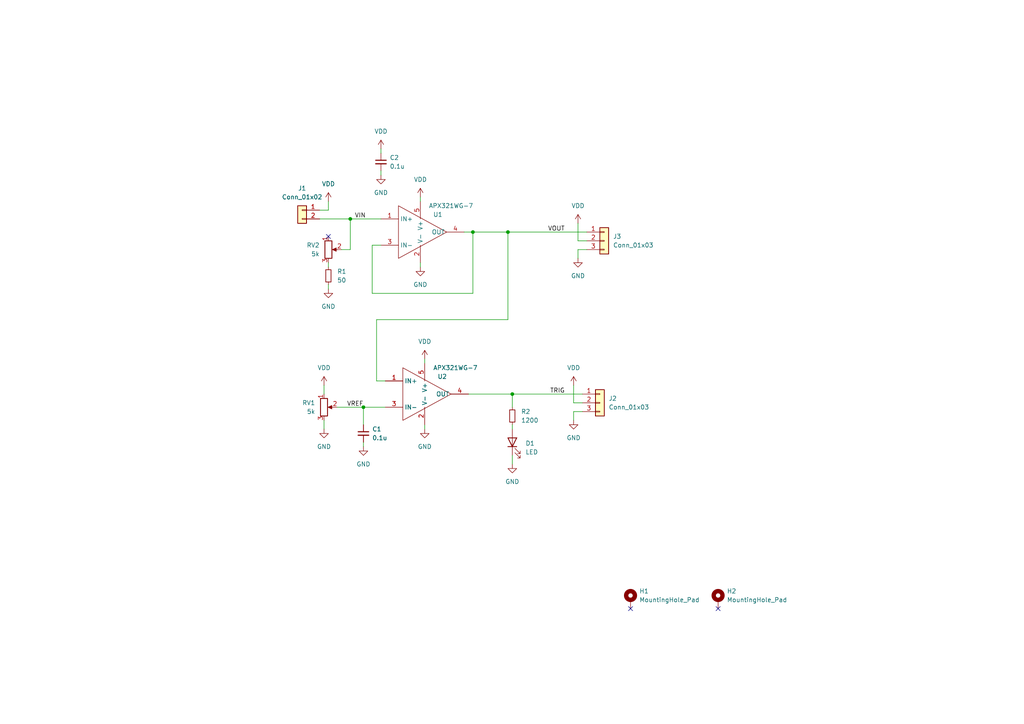
<source format=kicad_sch>
(kicad_sch (version 20211123) (generator eeschema)
  (paper "A4")
  (lib_symbols
    (symbol "Appreciate:APX321WG-7"
      (property "Reference" "U" (at 10.16 -3.81 0))
      (property "Value" "APX321WG-7" (at 15.24 3.81 0))
      (symbol "APX321WG-7_0_1"
        (polyline (pts (xy 0 7.62) (xy 0 -7.62) (xy 13.97 0) (xy 0 7.62)))
      )
      (symbol "APX321WG-7_1_1"
        (pin passive line (at -5.08 3.81 0) (length 5.08) (name "IN+") (number "1"))
        (pin passive line (at 6.35 -8.89 90) (length 5.08) (name "V-") (number "2"))
        (pin passive line (at -5.08 -3.81 0) (length 5.08) (name "IN-") (number "3"))
        (pin passive line (at 19.05 0 180) (length 5.08) (name "OUT") (number "4"))
        (pin passive line (at 6.35 8.89 270) (length 5.08) (name "V+") (number "5"))
      )
    )
    (symbol "Connector_Generic:Conn_01x02" (pin_names (offset 1.016) hide)
      (property "Reference" "J" (at 0 2.54 0))
      (property "Value" "Conn_01x02" (at 0 -5.08 0))
      (symbol "Conn_01x02_1_1"
        (rectangle (start -1.27 -2.413) (end 0 -2.667) (stroke (width 0.1524)))
        (rectangle (start -1.27 0.127) (end 0 -0.127) (stroke (width 0.1524)))
        (rectangle (start -1.27 1.27) (end 1.27 -3.81) (stroke (width 0.254)) (fill (type background)))
        (pin passive line (at -5.08 0 0) (length 3.81) (name "Pin_1") (number "1"))
        (pin passive line (at -5.08 -2.54 0) (length 3.81) (name "Pin_2") (number "2"))
      )
    )
    (symbol "Connector_Generic:Conn_01x03" (pin_names (offset 1.016) hide)
      (property "Reference" "J" (at 0 5.08 0))
      (property "Value" "Conn_01x03" (at 0 -5.08 0))
      (symbol "Conn_01x03_1_1"
        (rectangle (start -1.27 -2.413) (end 0 -2.667) (stroke (width 0.1524)))
        (rectangle (start -1.27 0.127) (end 0 -0.127) (stroke (width 0.1524)))
        (rectangle (start -1.27 2.667) (end 0 2.413) (stroke (width 0.1524)))
        (rectangle (start -1.27 3.81) (end 1.27 -3.81) (stroke (width 0.254)) (fill (type background)))
        (pin passive line (at -5.08 2.54 0) (length 3.81) (name "Pin_1") (number "1"))
        (pin passive line (at -5.08 0 0) (length 3.81) (name "Pin_2") (number "2"))
        (pin passive line (at -5.08 -2.54 0) (length 3.81) (name "Pin_3") (number "3"))
      )
    )
    (symbol "Device:C_Small" (pin_numbers hide) (pin_names (offset 0.254) hide)
      (property "Reference" "C" (at 0.254 1.778 0))
      (property "Value" "C_Small" (at 0.254 -2.032 0))
      (symbol "C_Small_0_1"
        (polyline (pts (xy -1.524 -0.508) (xy 1.524 -0.508)) (stroke (width 0.3302)))
        (polyline (pts (xy -1.524 0.508) (xy 1.524 0.508)) (stroke (width 0.3048)))
      )
      (symbol "C_Small_1_1"
        (pin passive line (at 0 2.54 270) (length 2.032) (name "~") (number "1"))
        (pin passive line (at 0 -2.54 90) (length 2.032) (name "~") (number "2"))
      )
    )
    (symbol "Device:LED" (pin_numbers hide) (pin_names (offset 1.016) hide)
      (property "Reference" "D" (at 0 2.54 0))
      (property "Value" "LED" (at 0 -2.54 0))
      (symbol "LED_0_1"
        (polyline (pts (xy -1.27 -1.27) (xy -1.27 1.27)) (stroke (width 0.254)))
        (polyline (pts (xy -1.27 0) (xy 1.27 0)))
        (polyline (pts (xy 1.27 -1.27) (xy 1.27 1.27) (xy -1.27 0) (xy 1.27 -1.27)) (stroke (width 0.254)))
        (polyline (pts (xy -3.048 -0.762) (xy -4.572 -2.286) (xy -3.81 -2.286) (xy -4.572 -2.286) (xy -4.572 -1.524)))
        (polyline (pts (xy -1.778 -0.762) (xy -3.302 -2.286) (xy -2.54 -2.286) (xy -3.302 -2.286) (xy -3.302 -1.524)))
      )
      (symbol "LED_1_1"
        (pin passive line (at -3.81 0 0) (length 2.54) (name "K") (number "1"))
        (pin passive line (at 3.81 0 180) (length 2.54) (name "A") (number "2"))
      )
    )
    (symbol "Device:R_Potentiometer" (pin_names (offset 1.016) hide)
      (property "Reference" "RV" (at -4.445 0 90))
      (property "Value" "R_Potentiometer" (at -2.54 0 90))
      (symbol "R_Potentiometer_0_1"
        (polyline (pts (xy 2.54 0) (xy 1.524 0)))
        (polyline (pts (xy 1.143 0) (xy 2.286 0.508) (xy 2.286 -0.508) (xy 1.143 0)) (fill (type outline)))
        (rectangle (start 1.016 2.54) (end -1.016 -2.54) (stroke (width 0.254)))
      )
      (symbol "R_Potentiometer_1_1"
        (pin passive line (at 0 3.81 270) (length 1.27) (name "1") (number "1"))
        (pin passive line (at 3.81 0 180) (length 1.27) (name "2") (number "2"))
        (pin passive line (at 0 -3.81 90) (length 1.27) (name "3") (number "3"))
      )
    )
    (symbol "Device:R_Small" (pin_numbers hide) (pin_names (offset 0.254) hide)
      (property "Reference" "R" (at 0.762 0.508 0))
      (property "Value" "R_Small" (at 0.762 -1.016 0))
      (symbol "R_Small_0_1"
        (rectangle (start -0.762 1.778) (end 0.762 -1.778) (stroke (width 0.2032)))
      )
      (symbol "R_Small_1_1"
        (pin passive line (at 0 2.54 270) (length 0.762) (name "~") (number "1"))
        (pin passive line (at 0 -2.54 90) (length 0.762) (name "~") (number "2"))
      )
    )
    (symbol "Mechanical:MountingHole_Pad" (pin_numbers hide) (pin_names (offset 1.016) hide)
      (property "Reference" "H" (at 0 6.35 0))
      (property "Value" "MountingHole_Pad" (at 0 4.445 0))
      (symbol "MountingHole_Pad_0_1"
        (circle (center 0 1.27) (radius 1.27) (stroke (width 1.27)))
      )
      (symbol "MountingHole_Pad_1_1"
        (pin input line (at 0 -2.54 90) (length 2.54) (name "1") (number "1"))
      )
    )
    (symbol "power:GND" (power) (pin_names (offset 0))
      (property "Value" "GND" (at 0 -3.81 0))
      (symbol "GND_0_1"
        (polyline (pts (xy 0 0) (xy 0 -1.27) (xy 1.27 -1.27) (xy 0 -2.54) (xy -1.27 -1.27) (xy 0 -1.27)))
      )
      (symbol "GND_1_1"
        (pin power_in line (at 0 0 270) (length 0) hide (name "GND") (number "1"))
      )
    )
    (symbol "power:VDD" (power) (pin_names (offset 0))
      (property "Value" "VDD" (at 0 3.81 0))
      (symbol "VDD_0_1"
        (polyline (pts (xy -0.762 1.27) (xy 0 2.54)))
        (polyline (pts (xy 0 0) (xy 0 2.54)))
        (polyline (pts (xy 0 2.54) (xy 0.762 1.27)))
      )
      (symbol "VDD_1_1"
        (pin power_in line (at 0 0 90) (length 0) hide (name "VDD") (number "1"))
      )
    )
  )
  (junction (at 147.32 67.31))
  (junction (at 148.59 114.3))
  (junction (at 101.6 63.5))
  (junction (at 105.41 118.11))
  (junction (at 137.16 67.31))
  (no_connect (at 208.28 176.53))
  (no_connect (at 95.25 68.58))
  (no_connect (at 182.88 176.53))
  (wire (pts (xy 107.95 85.09) (xy 137.16 85.09)))
  (wire (pts (xy 99.06 72.39) (xy 101.6 72.39)))
  (wire (pts (xy 105.41 128.27) (xy 105.41 129.54)))
  (wire (pts (xy 110.49 49.53) (xy 110.49 50.8)))
  (wire (pts (xy 170.18 72.39) (xy 167.64 72.39)))
  (wire (pts (xy 137.16 67.31) (xy 134.62 67.31)))
  (wire (pts (xy 135.89 114.3) (xy 148.59 114.3)))
  (wire (pts (xy 167.64 69.85) (xy 167.64 64.77)))
  (wire (pts (xy 105.41 118.11) (xy 111.76 118.11)))
  (wire (pts (xy 148.59 132.08) (xy 148.59 134.62)))
  (wire (pts (xy 92.71 63.5) (xy 101.6 63.5)))
  (wire (pts (xy 147.32 92.71) (xy 147.32 67.31)))
  (wire (pts (xy 121.92 57.15) (xy 121.92 58.42)))
  (wire (pts (xy 111.76 110.49) (xy 109.22 110.49)))
  (wire (pts (xy 101.6 63.5) (xy 110.49 63.5)))
  (wire (pts (xy 148.59 123.19) (xy 148.59 124.46)))
  (wire (pts (xy 137.16 85.09) (xy 137.16 67.31)))
  (wire (pts (xy 121.92 76.2) (xy 121.92 77.47)))
  (wire (pts (xy 93.98 121.92) (xy 93.98 124.46)))
  (wire (pts (xy 95.25 82.55) (xy 95.25 83.82)))
  (wire (pts (xy 168.91 119.38) (xy 166.37 119.38)))
  (wire (pts (xy 123.19 123.19) (xy 123.19 124.46)))
  (wire (pts (xy 107.95 71.12) (xy 107.95 85.09)))
  (wire (pts (xy 97.79 118.11) (xy 105.41 118.11)))
  (wire (pts (xy 166.37 119.38) (xy 166.37 121.92)))
  (wire (pts (xy 109.22 110.49) (xy 109.22 92.71)))
  (wire (pts (xy 95.25 76.2) (xy 95.25 77.47)))
  (wire (pts (xy 167.64 72.39) (xy 167.64 74.93)))
  (wire (pts (xy 147.32 67.31) (xy 170.18 67.31)))
  (wire (pts (xy 110.49 71.12) (xy 107.95 71.12)))
  (wire (pts (xy 109.22 92.71) (xy 147.32 92.71)))
  (wire (pts (xy 137.16 67.31) (xy 147.32 67.31)))
  (wire (pts (xy 170.18 69.85) (xy 167.64 69.85)))
  (wire (pts (xy 110.49 43.18) (xy 110.49 44.45)))
  (wire (pts (xy 148.59 114.3) (xy 168.91 114.3)))
  (wire (pts (xy 95.25 60.96) (xy 95.25 58.42)))
  (wire (pts (xy 93.98 111.76) (xy 93.98 114.3)))
  (wire (pts (xy 92.71 60.96) (xy 95.25 60.96)))
  (wire (pts (xy 166.37 116.84) (xy 166.37 111.76)))
  (wire (pts (xy 101.6 72.39) (xy 101.6 63.5)))
  (wire (pts (xy 168.91 116.84) (xy 166.37 116.84)))
  (wire (pts (xy 148.59 114.3) (xy 148.59 118.11)))
  (wire (pts (xy 123.19 104.14) (xy 123.19 105.41)))
  (wire (pts (xy 105.41 118.11) (xy 105.41 123.19)))
  (label "VOUT" (at 163.83 67.31 180))
  (label "TRIG" (at 163.83 114.3 180))
  (label "VIN" (at 102.87 63.5 0))
  (label "VREF" (at 105.41 118.11 180))
  (symbol (lib_id "power:VDD") (at 93.98 111.76 0) (unit 1)
    (property "Reference" "#PWR0113" (effects hide))
    (property "Value" "VDD" (at 93.98 106.68 0))
  )
  (symbol (lib_id "Connector_Generic:Conn_01x03") (at 175.26 69.85 0) (unit 1)
    (property "Reference" "J3" (at 177.8 68.5799 0) (effects (justify left)))
    (property "Value" "Conn_01x03" (at 177.8 71.1199 0) (effects (justify left)))
    (property "Footprint" "Connector_PinSocket_2.54mm:PinSocket_1x03_P2.54mm_Vertical" (effects hide))
  )
  (symbol (lib_id "Device:R_Potentiometer") (at 93.98 118.11 0) (unit 1)
    (property "Reference" "RV1" (at 91.44 116.8399 0) (effects (justify right)))
    (property "Value" "5k" (at 91.44 119.3799 0) (effects (justify right)))
    (property "Footprint" "Appreciate:23AR5KLFTR" (effects hide))
  )
  (symbol (lib_id "power:VDD") (at 110.49 43.18 0) (unit 1)
    (property "Reference" "#PWR0103" (effects hide))
    (property "Value" "VDD" (at 110.49 38.1 0))
  )
  (symbol (lib_id "Device:C_Small") (at 105.41 125.73 0) (unit 1)
    (property "Reference" "C1" (at 107.95 124.4662 0) (effects (justify left)))
    (property "Value" "0.1u" (at 107.95 127.0062 0) (effects (justify left)))
    (property "Footprint" "Capacitor_SMD:C_1206_3216Metric" (effects hide))
  )
  (symbol (lib_id "power:VDD") (at 167.64 64.77 0) (unit 1)
    (property "Reference" "#PWR0107" (effects hide))
    (property "Value" "VDD" (at 167.64 59.69 0))
  )
  (symbol (lib_id "power:GND") (at 110.49 50.8 0) (unit 1)
    (property "Reference" "#PWR0104" (effects hide))
    (property "Value" "GND" (at 110.49 55.88 0))
  )
  (symbol (lib_id "Device:C_Small") (at 110.49 46.99 0) (unit 1)
    (property "Reference" "C2" (at 113.03 45.7262 0) (effects (justify left)))
    (property "Value" "0.1u" (at 113.03 48.2662 0) (effects (justify left)))
    (property "Footprint" "Capacitor_SMD:C_1206_3216Metric" (effects hide))
  )
  (symbol (lib_id "power:GND") (at 93.98 124.46 0) (unit 1)
    (property "Reference" "#PWR0114" (effects hide))
    (property "Value" "GND" (at 93.98 129.54 0))
  )
  (symbol (lib_id "power:GND") (at 166.37 121.92 0) (unit 1)
    (property "Reference" "#PWR0106" (effects hide))
    (property "Value" "GND" (at 166.37 127 0))
  )
  (symbol (lib_id "power:VDD") (at 121.92 57.15 0) (unit 1)
    (property "Reference" "#PWR0105" (effects hide))
    (property "Value" "VDD" (at 121.92 52.07 0))
  )
  (symbol (lib_id "power:GND") (at 167.64 74.93 0) (unit 1)
    (property "Reference" "#PWR0102" (effects hide))
    (property "Value" "GND" (at 167.64 80.01 0))
  )
  (symbol (lib_id "Connector_Generic:Conn_01x02") (at 87.63 60.96 0) (mirror y) (unit 1)
    (property "Reference" "J1" (at 87.63 54.61 0))
    (property "Value" "Conn_01x02" (at 87.63 57.15 0))
    (property "Footprint" "Connector_PinHeader_2.54mm:PinHeader_1x02_P2.54mm_Vertical" (effects hide))
  )
  (symbol (lib_id "Mechanical:MountingHole_Pad") (at 182.88 173.99 0) (unit 1)
    (property "Reference" "H1" (at 185.42 171.4499 0) (effects (justify left)))
    (property "Value" "MountingHole_Pad" (at 185.42 173.9899 0) (effects (justify left)))
    (property "Footprint" "MountingHole:MountingHole_2.2mm_M2_DIN965_Pad" (effects hide))
  )
  (symbol (lib_id "Device:LED") (at 148.59 128.27 90) (unit 1)
    (property "Reference" "D1" (at 152.4 128.5874 90) (effects (justify right)))
    (property "Value" "LED" (at 152.4 131.1274 90) (effects (justify right)))
    (property "Footprint" "LED_SMD:LED_1206_3216Metric" (effects hide))
  )
  (symbol (lib_id "Device:R_Small") (at 95.25 80.01 180) (unit 1)
    (property "Reference" "R1" (at 97.79 78.7399 0) (effects (justify right)))
    (property "Value" "50" (at 97.79 81.2799 0) (effects (justify right)))
    (property "Footprint" "Resistor_SMD:R_1206_3216Metric" (effects hide))
  )
  (symbol (lib_id "Device:R_Small") (at 148.59 120.65 180) (unit 1)
    (property "Reference" "R2" (at 151.13 119.3799 0) (effects (justify right)))
    (property "Value" "1200" (at 151.13 121.9199 0) (effects (justify right)))
    (property "Footprint" "Resistor_SMD:R_1206_3216Metric" (effects hide))
  )
  (symbol (lib_id "power:VDD") (at 123.19 104.14 0) (unit 1)
    (property "Reference" "#PWR0108" (effects hide))
    (property "Value" "VDD" (at 123.19 99.06 0))
  )
  (symbol (lib_id "Connector_Generic:Conn_01x03") (at 173.99 116.84 0) (unit 1)
    (property "Reference" "J2" (at 176.53 115.5699 0) (effects (justify left)))
    (property "Value" "Conn_01x03" (at 176.53 118.1099 0) (effects (justify left)))
    (property "Footprint" "Connector_PinSocket_2.54mm:PinSocket_1x03_P2.54mm_Vertical" (effects hide))
  )
  (symbol (lib_id "power:GND") (at 121.92 77.47 0) (unit 1)
    (property "Reference" "#PWR0116" (effects hide))
    (property "Value" "GND" (at 121.92 82.55 0))
  )
  (symbol (lib_id "Device:R_Potentiometer") (at 95.25 72.39 0) (unit 1)
    (property "Reference" "RV2" (at 92.71 71.1199 0) (effects (justify right)))
    (property "Value" "5k" (at 92.71 73.6599 0) (effects (justify right)))
    (property "Footprint" "Appreciate:23AR5KLFTR" (effects hide))
  )
  (symbol (lib_id "Appreciate:APX321WG-7") (at 115.57 67.31 0) (unit 1)
    (property "Reference" "U1" (at 127 62.23 0))
    (property "Value" "APX321WG-7" (at 130.81 59.69 0))
    (property "Footprint" "Appreciate:SOT95P285X145-5N" (effects hide))
    (property "Datasheet" "https://www.diodes.com/assets/Datasheets/APX321_358.pdf" (effects hide))
    (property "Height" "1.45" (effects hide))
    (property "Manufacturer_Name" "Diodes Inc." (effects hide))
    (property "Manufacturer_Part_Number" "APX321WG-7" (effects hide))
    (property "Mouser Part Number" "621-APX321WG-7" (effects hide))
    (property "Mouser Price/Stock" "https://www.mouser.co.uk/ProductDetail/Diodes-Incorporated/APX321WG-7?qs=mno522deGfZHxl564koOsA%3D%3D" (effects hide))
    (property "Arrow Part Number" "APX321WG-7" (effects hide))
    (property "Arrow Price/Stock" "https://www.arrow.com/en/products/apx321wg-7/diodes-incorporated?region=nac" (effects hide))
  )
  (symbol (lib_id "power:VDD") (at 95.25 58.42 0) (unit 1)
    (property "Reference" "#PWR0112" (effects hide))
    (property "Value" "VDD" (at 95.25 53.34 0))
  )
  (symbol (lib_id "power:GND") (at 123.19 124.46 0) (unit 1)
    (property "Reference" "#PWR0110" (effects hide))
    (property "Value" "GND" (at 123.19 129.54 0))
  )
  (symbol (lib_id "power:GND") (at 95.25 83.82 0) (unit 1)
    (property "Reference" "#PWR0115" (effects hide))
    (property "Value" "GND" (at 95.25 88.9 0))
  )
  (symbol (lib_id "power:VDD") (at 166.37 111.76 0) (unit 1)
    (property "Reference" "#PWR0101" (effects hide))
    (property "Value" "VDD" (at 166.37 106.68 0))
  )
  (symbol (lib_id "power:GND") (at 148.59 134.62 0) (unit 1)
    (property "Reference" "#PWR0109" (effects hide))
    (property "Value" "GND" (at 148.59 139.7 0))
  )
  (symbol (lib_id "power:GND") (at 105.41 129.54 0) (unit 1)
    (property "Reference" "#PWR0111" (effects hide))
    (property "Value" "GND" (at 105.41 134.62 0))
  )
  (symbol (lib_id "Mechanical:MountingHole_Pad") (at 208.28 173.99 0) (unit 1)
    (property "Reference" "H2" (at 210.82 171.4499 0) (effects (justify left)))
    (property "Value" "MountingHole_Pad" (at 210.82 173.9899 0) (effects (justify left)))
    (property "Footprint" "MountingHole:MountingHole_2.2mm_M2_DIN965_Pad" (effects hide))
  )
  (symbol (lib_id "Appreciate:APX321WG-7") (at 116.84 114.3 0) (unit 1)
    (property "Reference" "U2" (at 128.27 109.22 0))
    (property "Value" "APX321WG-7" (at 132.08 106.68 0))
    (property "Footprint" "Appreciate:SOT95P285X145-5N" (effects hide))
    (property "Datasheet" "https://www.diodes.com/assets/Datasheets/APX321_358.pdf" (effects hide))
    (property "Height" "1.45" (effects hide))
    (property "Manufacturer_Name" "Diodes Inc." (effects hide))
    (property "Manufacturer_Part_Number" "APX321WG-7" (effects hide))
    (property "Mouser Part Number" "621-APX321WG-7" (effects hide))
    (property "Mouser Price/Stock" "https://www.mouser.co.uk/ProductDetail/Diodes-Incorporated/APX321WG-7?qs=mno522deGfZHxl564koOsA%3D%3D" (effects hide))
    (property "Arrow Part Number" "APX321WG-7" (effects hide))
    (property "Arrow Price/Stock" "https://www.arrow.com/en/products/apx321wg-7/diodes-incorporated?region=nac" (effects hide))
  )
)
</source>
